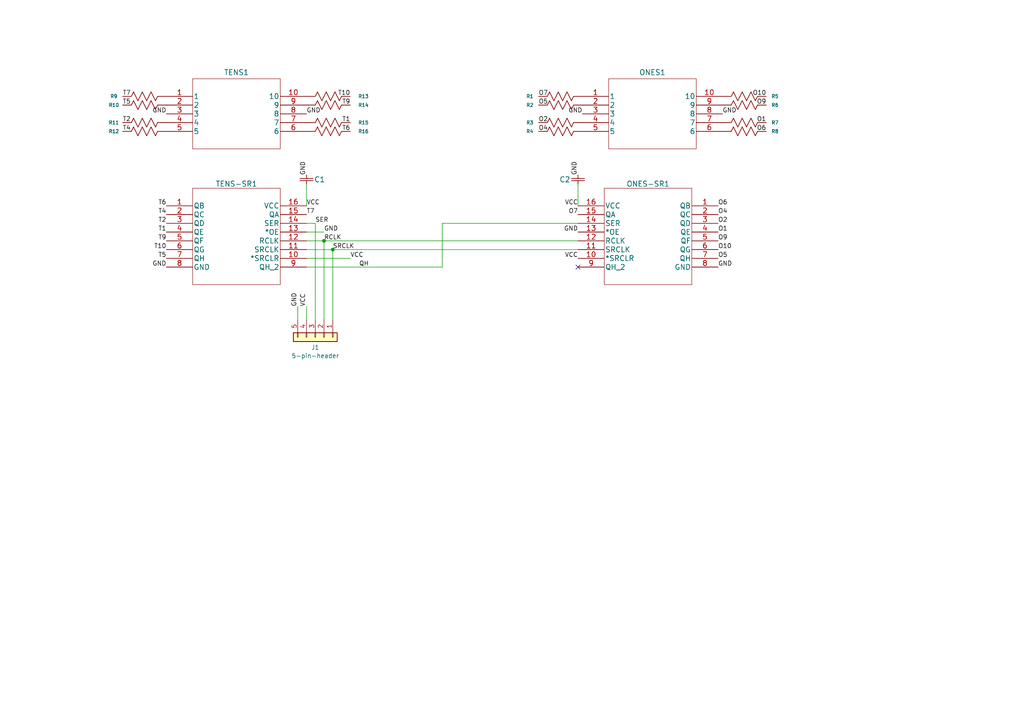
<source format=kicad_sch>
(kicad_sch (version 20230121) (generator eeschema)

  (uuid 72f39ff8-1821-41d9-b4cf-5bcb9feedd74)

  (paper "A4")

  (lib_symbols
    (symbol "pPSI:.1uF-Ceramic-Capacitor" (pin_numbers hide) (pin_names (offset 1.651) hide) (in_bom yes) (on_board yes)
      (property "Reference" "C" (at 3.81 3.81 0)
        (effects (font (size 1.524 1.524)))
      )
      (property "Value" ".1uF-Ceramic-Capacitor" (at 3.048 -3.429 0)
        (effects (font (size 1.524 1.524)))
      )
      (property "Footprint" "pPSI:.1uF ceramic capacitor" (at 3.683 -5.842 0)
        (effects (font (size 1.524 1.524)) hide)
      )
      (property "Datasheet" "" (at 0 0 0)
        (effects (font (size 1.524 1.524)))
      )
      (symbol ".1uF-Ceramic-Capacitor_1_1"
        (polyline
          (pts
            (xy 2.54 0)
            (xy 3.4798 0)
          )
          (stroke (width 0.2032) (type solid))
          (fill (type none))
        )
        (polyline
          (pts
            (xy 3.4798 -1.905)
            (xy 3.4798 1.905)
          )
          (stroke (width 0.2032) (type solid))
          (fill (type none))
        )
        (polyline
          (pts
            (xy 4.1148 -1.905)
            (xy 4.1148 1.905)
          )
          (stroke (width 0.2032) (type solid))
          (fill (type none))
        )
        (polyline
          (pts
            (xy 4.1148 0)
            (xy 5.08 0)
          )
          (stroke (width 0.2032) (type solid))
          (fill (type none))
        )
        (pin unspecified line (at 2.54 0 0) (length 0)
          (name "1" (effects (font (size 1.4986 1.4986))))
          (number "1" (effects (font (size 1.4986 1.4986))))
        )
        (pin unspecified line (at 5.08 0 180) (length 0)
          (name "2" (effects (font (size 1.4986 1.4986))))
          (number "2" (effects (font (size 1.4986 1.4986))))
        )
      )
    )
    (symbol "pPSI:100ohm-Resistor" (pin_numbers hide) (pin_names (offset -2.54) hide) (in_bom yes) (on_board yes)
      (property "Reference" "R" (at 5.588 3.302 0)
        (effects (font (size 1 1)))
      )
      (property "Value" "100ohm-Resistor" (at 6.35 -2.54 0)
        (effects (font (size 1 1)))
      )
      (property "Footprint" "pPSI:100ohm resistor" (at 5.969 -4.699 0)
        (effects (font (size 1.524 1.524)) hide)
      )
      (property "Datasheet" "" (at 0 0 0)
        (effects (font (size 1.524 1.524)))
      )
      (symbol "100ohm-Resistor_1_1"
        (polyline
          (pts
            (xy 2.54 0)
            (xy 3.175 1.27)
          )
          (stroke (width 0.2032) (type solid))
          (fill (type none))
        )
        (polyline
          (pts
            (xy 3.175 1.27)
            (xy 4.445 -1.27)
          )
          (stroke (width 0.2032) (type solid))
          (fill (type none))
        )
        (polyline
          (pts
            (xy 4.445 -1.27)
            (xy 5.715 1.27)
          )
          (stroke (width 0.2032) (type solid))
          (fill (type none))
        )
        (polyline
          (pts
            (xy 5.715 1.27)
            (xy 6.985 -1.27)
          )
          (stroke (width 0.2032) (type solid))
          (fill (type none))
        )
        (polyline
          (pts
            (xy 6.985 -1.27)
            (xy 8.255 1.27)
          )
          (stroke (width 0.2032) (type solid))
          (fill (type none))
        )
        (polyline
          (pts
            (xy 8.255 1.27)
            (xy 9.525 -1.27)
          )
          (stroke (width 0.2032) (type solid))
          (fill (type none))
        )
        (polyline
          (pts
            (xy 9.525 -1.27)
            (xy 10.16 0)
          )
          (stroke (width 0.2032) (type solid))
          (fill (type none))
        )
        (pin unspecified line (at 0 0 0) (length 2.54)
          (name "1" (effects (font (size 1.4986 1.4986))))
          (number "1" (effects (font (size 1.4986 1.4986))))
        )
        (pin unspecified line (at 12.7 0 180) (length 2.54)
          (name "2" (effects (font (size 1.4986 1.4986))))
          (number "2" (effects (font (size 1.4986 1.4986))))
        )
      )
    )
    (symbol "pPSI:5-pin-header" (pin_names (offset 1.016) hide) (in_bom yes) (on_board yes)
      (property "Reference" "J1" (at 2.032 1.2121 0)
        (effects (font (size 1.27 1.27)) (justify left))
      )
      (property "Value" "5-pin-header" (at 2.032 -1.2121 0)
        (effects (font (size 1.27 1.27)) (justify left))
      )
      (property "Footprint" "pPSI:5 pin header" (at 0 0 0)
        (effects (font (size 1.27 1.27)) hide)
      )
      (property "Datasheet" "~" (at 0 0 0)
        (effects (font (size 1.27 1.27)) hide)
      )
      (property "ki_keywords" "connector" (at 0 0 0)
        (effects (font (size 1.27 1.27)) hide)
      )
      (property "ki_description" "Generic connector, single row, 01x05, script generated (kicad-library-utils/schlib/autogen/connector/)" (at 0 0 0)
        (effects (font (size 1.27 1.27)) hide)
      )
      (property "ki_fp_filters" "Connector*:*_1x??_*" (at 0 0 0)
        (effects (font (size 1.27 1.27)) hide)
      )
      (symbol "5-pin-header_1_1"
        (rectangle (start -1.27 -4.953) (end 0 -5.207)
          (stroke (width 0.1524) (type default))
          (fill (type none))
        )
        (rectangle (start -1.27 -2.413) (end 0 -2.667)
          (stroke (width 0.1524) (type default))
          (fill (type none))
        )
        (rectangle (start -1.27 0.127) (end 0 -0.127)
          (stroke (width 0.1524) (type default))
          (fill (type none))
        )
        (rectangle (start -1.27 2.667) (end 0 2.413)
          (stroke (width 0.1524) (type default))
          (fill (type none))
        )
        (rectangle (start -1.27 5.207) (end 0 4.953)
          (stroke (width 0.1524) (type default))
          (fill (type none))
        )
        (rectangle (start -1.27 6.35) (end 1.27 -6.35)
          (stroke (width 0.254) (type default))
          (fill (type background))
        )
        (pin passive line (at -5.08 5.08 0) (length 3.81)
          (name "Pin_1" (effects (font (size 1.27 1.27))))
          (number "1" (effects (font (size 1.27 1.27))))
        )
        (pin passive line (at -5.08 2.54 0) (length 3.81)
          (name "Pin_2" (effects (font (size 1.27 1.27))))
          (number "2" (effects (font (size 1.27 1.27))))
        )
        (pin passive line (at -5.08 0 0) (length 3.81)
          (name "Pin_3" (effects (font (size 1.27 1.27))))
          (number "3" (effects (font (size 1.27 1.27))))
        )
        (pin passive line (at -5.08 -2.54 0) (length 3.81)
          (name "Pin_4" (effects (font (size 1.27 1.27))))
          (number "4" (effects (font (size 1.27 1.27))))
        )
        (pin passive line (at -5.08 -5.08 0) (length 3.81)
          (name "Pin_5" (effects (font (size 1.27 1.27))))
          (number "5" (effects (font (size 1.27 1.27))))
        )
      )
    )
    (symbol "pPSI:7-Segment-Display" (pin_names (offset 0.254)) (in_bom yes) (on_board yes)
      (property "Reference" "" (at 0 0 0)
        (effects (font (size 1.524 1.524)))
      )
      (property "Value" "7-Segment-Display" (at 20.32 6.35 0)
        (effects (font (size 1.524 1.524)))
      )
      (property "Footprint" "pPSI:7 segment display" (at 20.701 -17.399 0)
        (effects (font (size 1.524 1.524)) hide)
      )
      (property "Datasheet" "" (at 0 0 0)
        (effects (font (size 1.524 1.524)))
      )
      (symbol "7-Segment-Display_1_1"
        (polyline
          (pts
            (xy 7.62 -15.24)
            (xy 33.02 -15.24)
          )
          (stroke (width 0.127) (type solid))
          (fill (type none))
        )
        (polyline
          (pts
            (xy 7.62 5.08)
            (xy 7.62 -15.24)
          )
          (stroke (width 0.127) (type solid))
          (fill (type none))
        )
        (polyline
          (pts
            (xy 33.02 -15.24)
            (xy 33.02 5.08)
          )
          (stroke (width 0.127) (type solid))
          (fill (type none))
        )
        (polyline
          (pts
            (xy 33.02 5.08)
            (xy 7.62 5.08)
          )
          (stroke (width 0.127) (type solid))
          (fill (type none))
        )
        (pin unspecified line (at 0 0 0) (length 7.62)
          (name "1" (effects (font (size 1.4986 1.4986))))
          (number "1" (effects (font (size 1.4986 1.4986))))
        )
        (pin unspecified line (at 40.64 0 180) (length 7.62)
          (name "10" (effects (font (size 1.4986 1.4986))))
          (number "10" (effects (font (size 1.4986 1.4986))))
        )
        (pin unspecified line (at 0 -2.54 0) (length 7.62)
          (name "2" (effects (font (size 1.4986 1.4986))))
          (number "2" (effects (font (size 1.4986 1.4986))))
        )
        (pin unspecified line (at 0 -5.08 0) (length 7.62)
          (name "3" (effects (font (size 1.4986 1.4986))))
          (number "3" (effects (font (size 1.4986 1.4986))))
        )
        (pin unspecified line (at 0 -7.62 0) (length 7.62)
          (name "4" (effects (font (size 1.4986 1.4986))))
          (number "4" (effects (font (size 1.4986 1.4986))))
        )
        (pin unspecified line (at 0 -10.16 0) (length 7.62)
          (name "5" (effects (font (size 1.4986 1.4986))))
          (number "5" (effects (font (size 1.4986 1.4986))))
        )
        (pin unspecified line (at 40.64 -10.16 180) (length 7.62)
          (name "6" (effects (font (size 1.4986 1.4986))))
          (number "6" (effects (font (size 1.4986 1.4986))))
        )
        (pin unspecified line (at 40.64 -7.62 180) (length 7.62)
          (name "7" (effects (font (size 1.4986 1.4986))))
          (number "7" (effects (font (size 1.4986 1.4986))))
        )
        (pin unspecified line (at 40.64 -5.08 180) (length 7.62)
          (name "8" (effects (font (size 1.4986 1.4986))))
          (number "8" (effects (font (size 1.4986 1.4986))))
        )
        (pin unspecified line (at 40.64 -2.54 180) (length 7.62)
          (name "9" (effects (font (size 1.4986 1.4986))))
          (number "9" (effects (font (size 1.4986 1.4986))))
        )
      )
    )
    (symbol "pPSI:8bit-Shift-Register" (pin_names (offset 0.254)) (in_bom yes) (on_board yes)
      (property "Reference" "" (at 0 0 0)
        (effects (font (size 1.524 1.524)))
      )
      (property "Value" "8bit-Shift-Register" (at 20.32 6.35 0)
        (effects (font (size 1.524 1.524)))
      )
      (property "Footprint" "pPSI:8 bit shift register" (at 20.828 -24.384 0)
        (effects (font (size 1.524 1.524)) hide)
      )
      (property "Datasheet" "" (at 0 0 0)
        (effects (font (size 1.524 1.524)))
      )
      (symbol "8bit-Shift-Register_1_1"
        (polyline
          (pts
            (xy 7.62 -22.86)
            (xy 33.02 -22.86)
          )
          (stroke (width 0.127) (type solid))
          (fill (type none))
        )
        (polyline
          (pts
            (xy 7.62 5.08)
            (xy 7.62 -22.86)
          )
          (stroke (width 0.127) (type solid))
          (fill (type none))
        )
        (polyline
          (pts
            (xy 33.02 -22.86)
            (xy 33.02 5.08)
          )
          (stroke (width 0.127) (type solid))
          (fill (type none))
        )
        (polyline
          (pts
            (xy 33.02 5.08)
            (xy 7.62 5.08)
          )
          (stroke (width 0.127) (type solid))
          (fill (type none))
        )
        (pin output line (at 0 0 0) (length 7.62)
          (name "QB" (effects (font (size 1.4986 1.4986))))
          (number "1" (effects (font (size 1.4986 1.4986))))
        )
        (pin input line (at 40.64 -15.24 180) (length 7.62)
          (name "*SRCLR" (effects (font (size 1.4986 1.4986))))
          (number "10" (effects (font (size 1.4986 1.4986))))
        )
        (pin input line (at 40.64 -12.7 180) (length 7.62)
          (name "SRCLK" (effects (font (size 1.4986 1.4986))))
          (number "11" (effects (font (size 1.4986 1.4986))))
        )
        (pin input line (at 40.64 -10.16 180) (length 7.62)
          (name "RCLK" (effects (font (size 1.4986 1.4986))))
          (number "12" (effects (font (size 1.4986 1.4986))))
        )
        (pin input line (at 40.64 -7.62 180) (length 7.62)
          (name "*OE" (effects (font (size 1.4986 1.4986))))
          (number "13" (effects (font (size 1.4986 1.4986))))
        )
        (pin input line (at 40.64 -5.08 180) (length 7.62)
          (name "SER" (effects (font (size 1.4986 1.4986))))
          (number "14" (effects (font (size 1.4986 1.4986))))
        )
        (pin output line (at 40.64 -2.54 180) (length 7.62)
          (name "QA" (effects (font (size 1.4986 1.4986))))
          (number "15" (effects (font (size 1.4986 1.4986))))
        )
        (pin power_in line (at 40.64 0 180) (length 7.62)
          (name "VCC" (effects (font (size 1.4986 1.4986))))
          (number "16" (effects (font (size 1.4986 1.4986))))
        )
        (pin output line (at 0 -2.54 0) (length 7.62)
          (name "QC" (effects (font (size 1.4986 1.4986))))
          (number "2" (effects (font (size 1.4986 1.4986))))
        )
        (pin output line (at 0 -5.08 0) (length 7.62)
          (name "QD" (effects (font (size 1.4986 1.4986))))
          (number "3" (effects (font (size 1.4986 1.4986))))
        )
        (pin output line (at 0 -7.62 0) (length 7.62)
          (name "QE" (effects (font (size 1.4986 1.4986))))
          (number "4" (effects (font (size 1.4986 1.4986))))
        )
        (pin output line (at 0 -10.16 0) (length 7.62)
          (name "QF" (effects (font (size 1.4986 1.4986))))
          (number "5" (effects (font (size 1.4986 1.4986))))
        )
        (pin output line (at 0 -12.7 0) (length 7.62)
          (name "QG" (effects (font (size 1.4986 1.4986))))
          (number "6" (effects (font (size 1.4986 1.4986))))
        )
        (pin output line (at 0 -15.24 0) (length 7.62)
          (name "QH" (effects (font (size 1.4986 1.4986))))
          (number "7" (effects (font (size 1.4986 1.4986))))
        )
        (pin power_in line (at 0 -17.78 0) (length 7.62)
          (name "GND" (effects (font (size 1.4986 1.4986))))
          (number "8" (effects (font (size 1.4986 1.4986))))
        )
        (pin output line (at 40.64 -17.78 180) (length 7.62)
          (name "QH_2" (effects (font (size 1.4986 1.4986))))
          (number "9" (effects (font (size 1.4986 1.4986))))
        )
      )
    )
  )

  (junction (at 96.52 72.39) (diameter 0) (color 0 0 0 0)
    (uuid 3c56f82f-e650-4bfd-8c06-4ed15eb51e9f)
  )
  (junction (at 93.98 69.85) (diameter 0) (color 0 0 0 0)
    (uuid bbb09df6-3b09-4971-af3d-c939f433fd3f)
  )

  (no_connect (at 167.64 77.47) (uuid e0ea5d75-9c4d-4dfa-9f28-5567ebeeda13))

  (wire (pts (xy 91.44 64.77) (xy 88.9 64.77))
    (stroke (width 0) (type default))
    (uuid 0089a070-2831-4f2d-bd57-56c9f1b41322)
  )
  (wire (pts (xy 88.9 67.31) (xy 93.98 67.31))
    (stroke (width 0) (type default))
    (uuid 083999c1-d716-49cf-bb39-360578c33355)
  )
  (wire (pts (xy 88.9 69.85) (xy 93.98 69.85))
    (stroke (width 0) (type default))
    (uuid 38cbcd44-63bf-448f-98aa-beea74340745)
  )
  (wire (pts (xy 96.52 72.39) (xy 167.64 72.39))
    (stroke (width 0) (type default))
    (uuid 433bf671-49a0-4d87-b1d6-77afac2df453)
  )
  (wire (pts (xy 91.44 64.77) (xy 91.44 92.71))
    (stroke (width 0) (type default))
    (uuid 7d1336c2-2c51-4894-af95-64c35a94e529)
  )
  (wire (pts (xy 88.9 72.39) (xy 96.52 72.39))
    (stroke (width 0) (type default))
    (uuid 7dabb440-c231-44dd-9cf4-c597e8ab4630)
  )
  (wire (pts (xy 93.98 69.85) (xy 93.98 92.71))
    (stroke (width 0) (type default))
    (uuid a81d42a6-05a2-44c9-ad80-608d82692efb)
  )
  (wire (pts (xy 86.36 88.9) (xy 86.36 92.71))
    (stroke (width 0) (type default))
    (uuid b319d974-73f0-473b-addd-0b1196650547)
  )
  (wire (pts (xy 88.9 74.93) (xy 101.6 74.93))
    (stroke (width 0) (type default))
    (uuid bddf39cc-fc48-4262-b424-681860439169)
  )
  (wire (pts (xy 88.9 88.9) (xy 88.9 92.71))
    (stroke (width 0) (type default))
    (uuid d2143cf0-f5a2-48cb-8123-9f3b191cb5e3)
  )
  (wire (pts (xy 128.27 64.77) (xy 167.64 64.77))
    (stroke (width 0) (type default))
    (uuid d518cce4-c8e1-4827-86da-eb5018a4b426)
  )
  (wire (pts (xy 96.52 72.39) (xy 96.52 92.71))
    (stroke (width 0) (type default))
    (uuid d7994b9d-4490-4838-9457-a7667826784d)
  )
  (wire (pts (xy 88.9 53.34) (xy 88.9 59.69))
    (stroke (width 0) (type default))
    (uuid e0c83ac7-1192-432a-ab14-c3cf165ededa)
  )
  (wire (pts (xy 93.98 69.85) (xy 167.64 69.85))
    (stroke (width 0) (type default))
    (uuid e45660d7-59e6-4a70-9570-fb7f00bdc4bb)
  )
  (wire (pts (xy 167.64 53.34) (xy 167.64 59.69))
    (stroke (width 0) (type default))
    (uuid f3a64463-ce2d-4ddc-a0fe-7fc2df179d29)
  )
  (wire (pts (xy 128.27 77.47) (xy 128.27 64.77))
    (stroke (width 0) (type default))
    (uuid f68d65d7-2090-4795-b5a4-2400308fb957)
  )
  (wire (pts (xy 88.9 77.47) (xy 128.27 77.47))
    (stroke (width 0) (type default))
    (uuid f8dee224-e4b5-4e23-8169-e618a7bbaa90)
  )

  (label "O1" (at 222.25 35.56 180) (fields_autoplaced)
    (effects (font (size 1.27 1.27)) (justify right bottom))
    (uuid 01b3c7c2-b63a-4f5b-a79a-f2ed8e05740c)
  )
  (label "SER" (at 91.44 64.77 0) (fields_autoplaced)
    (effects (font (size 1.27 1.27)) (justify left bottom))
    (uuid 0ad2f4b9-64be-47fb-925e-4133eb2196b5)
  )
  (label "SRCLK" (at 96.52 72.39 0) (fields_autoplaced)
    (effects (font (size 1.27 1.27)) (justify left bottom))
    (uuid 0d4ac128-767e-4056-b71a-e6c5361d96f1)
  )
  (label "O5" (at 208.28 74.93 0) (fields_autoplaced)
    (effects (font (size 1.27 1.27)) (justify left bottom))
    (uuid 1534ec9a-ead0-4c3a-b92e-ef52976dfa5d)
  )
  (label "T10" (at 101.6 27.94 180) (fields_autoplaced)
    (effects (font (size 1.27 1.27)) (justify right bottom))
    (uuid 17342408-9251-46e7-99b1-2e2a4e0ef52a)
  )
  (label "T5" (at 48.26 74.93 180) (fields_autoplaced)
    (effects (font (size 1.27 1.27)) (justify right bottom))
    (uuid 1ae677c8-eb0c-4659-a6c9-846811522c13)
  )
  (label "T1" (at 101.6 35.56 180) (fields_autoplaced)
    (effects (font (size 1.27 1.27)) (justify right bottom))
    (uuid 1be967bf-b959-4684-83b5-3129fb10d42c)
  )
  (label "VCC" (at 167.64 74.93 180) (fields_autoplaced)
    (effects (font (size 1.27 1.27)) (justify right bottom))
    (uuid 254717dd-8660-4c0d-8905-61cbb4ddeca4)
  )
  (label "GND" (at 168.91 33.02 180) (fields_autoplaced)
    (effects (font (size 1.27 1.27)) (justify right bottom))
    (uuid 2583fabb-6aec-4fe0-b4ec-56081660ae6d)
  )
  (label "GND" (at 93.98 67.31 0) (fields_autoplaced)
    (effects (font (size 1.27 1.27)) (justify left bottom))
    (uuid 316240a6-05d8-4d42-8306-fefab7653855)
  )
  (label "T9" (at 101.6 30.48 180) (fields_autoplaced)
    (effects (font (size 1.27 1.27)) (justify right bottom))
    (uuid 317e51ec-df61-4a6f-be8c-48c2685e278a)
  )
  (label "RCLK" (at 93.98 69.85 0) (fields_autoplaced)
    (effects (font (size 1.27 1.27)) (justify left bottom))
    (uuid 33661555-2da2-4e88-abf4-9488b7941876)
  )
  (label "VCC" (at 88.9 59.69 0) (fields_autoplaced)
    (effects (font (size 1.27 1.27)) (justify left bottom))
    (uuid 364afbac-483d-494c-abe9-ea9ebad0b293)
  )
  (label "GND" (at 208.28 77.47 0) (fields_autoplaced)
    (effects (font (size 1.27 1.27)) (justify left bottom))
    (uuid 3e1e9864-3d95-44a6-9fc0-acbd8bd7b658)
  )
  (label "T9" (at 48.26 69.85 180) (fields_autoplaced)
    (effects (font (size 1.27 1.27)) (justify right bottom))
    (uuid 3e523f4b-e519-4952-827d-a687bbe5b8f9)
  )
  (label "T2" (at 35.56 35.56 0) (fields_autoplaced)
    (effects (font (size 1.27 1.27)) (justify left bottom))
    (uuid 3f5ae557-90eb-41e3-9636-659eccd02b80)
  )
  (label "T7" (at 35.56 27.94 0) (fields_autoplaced)
    (effects (font (size 1.27 1.27)) (justify left bottom))
    (uuid 4847cf74-2b43-4839-9100-84b8976c78b9)
  )
  (label "GND" (at 209.55 33.02 0) (fields_autoplaced)
    (effects (font (size 1.27 1.27)) (justify left bottom))
    (uuid 4e9ea764-3011-4f5d-922f-2f17f9ae6c43)
  )
  (label "T4" (at 48.26 62.23 180) (fields_autoplaced)
    (effects (font (size 1.27 1.27)) (justify right bottom))
    (uuid 5182ba80-7671-4eb6-9f0f-d819ac3bff25)
  )
  (label "T7" (at 88.9 62.23 0) (fields_autoplaced)
    (effects (font (size 1.27 1.27)) (justify left bottom))
    (uuid 52811a93-e8b2-43fd-a63a-d69f1f97f335)
  )
  (label "GND" (at 88.9 50.8 90) (fields_autoplaced)
    (effects (font (size 1.27 1.27)) (justify left bottom))
    (uuid 5bf173d0-1b19-4817-b183-3d21af7d50a9)
  )
  (label "O2" (at 156.21 35.56 0) (fields_autoplaced)
    (effects (font (size 1.27 1.27)) (justify left bottom))
    (uuid 66db5820-a7e7-4346-a5b3-85dfeae2da70)
  )
  (label "GND" (at 167.64 50.8 90) (fields_autoplaced)
    (effects (font (size 1.27 1.27)) (justify left bottom))
    (uuid 84e29b16-e05d-482e-9236-66f1df551be5)
  )
  (label "O6" (at 208.28 59.69 0) (fields_autoplaced)
    (effects (font (size 1.27 1.27)) (justify left bottom))
    (uuid 878f2042-2fd6-4732-ab34-f958a368be9a)
  )
  (label "GND" (at 48.26 33.02 180) (fields_autoplaced)
    (effects (font (size 1.27 1.27)) (justify right bottom))
    (uuid 8853598e-c8d4-479a-9801-ede8d40b8104)
  )
  (label "VCC" (at 88.9 88.9 90) (fields_autoplaced)
    (effects (font (size 1.27 1.27)) (justify left bottom))
    (uuid 896fafb5-bf7b-442c-bb32-752447bc2f4b)
  )
  (label "VCC" (at 101.6 74.93 0) (fields_autoplaced)
    (effects (font (size 1.27 1.27)) (justify left bottom))
    (uuid 8aa2b465-5795-4ea9-be36-a6cae47fe965)
  )
  (label "O9" (at 222.25 30.48 180) (fields_autoplaced)
    (effects (font (size 1.27 1.27)) (justify right bottom))
    (uuid 8c4b01a7-c85f-4ece-a6ad-269077ee5c3e)
  )
  (label "T6" (at 101.6 38.1 180) (fields_autoplaced)
    (effects (font (size 1.27 1.27)) (justify right bottom))
    (uuid 93990467-74a2-46fd-b3f6-0115a5035866)
  )
  (label "T2" (at 48.26 64.77 180) (fields_autoplaced)
    (effects (font (size 1.27 1.27)) (justify right bottom))
    (uuid 9754d7dc-7f00-4584-8072-340975f46d72)
  )
  (label "T6" (at 48.26 59.69 180) (fields_autoplaced)
    (effects (font (size 1.27 1.27)) (justify right bottom))
    (uuid 9fe4fe04-3137-412b-a4fd-167e0329011e)
  )
  (label "QH" (at 104.14 77.47 0) (fields_autoplaced)
    (effects (font (size 1.27 1.27)) (justify left bottom))
    (uuid a0048ed0-9531-47d8-a82e-1d320ac99a7a)
  )
  (label "O4" (at 156.21 38.1 0) (fields_autoplaced)
    (effects (font (size 1.27 1.27)) (justify left bottom))
    (uuid a0135979-80fa-40e2-823f-48ee62677ecb)
  )
  (label "GND" (at 88.9 33.02 0) (fields_autoplaced)
    (effects (font (size 1.27 1.27)) (justify left bottom))
    (uuid a154b8e0-28d9-4b7e-831f-7ec1b3a8b776)
  )
  (label "VCC" (at 167.64 59.69 180) (fields_autoplaced)
    (effects (font (size 1.27 1.27)) (justify right bottom))
    (uuid ab0f6632-3ec3-498f-be1a-027e6f42fb92)
  )
  (label "O7" (at 167.64 62.23 180) (fields_autoplaced)
    (effects (font (size 1.27 1.27)) (justify right bottom))
    (uuid ae970529-2ddc-42a9-819a-e7390df9ba0f)
  )
  (label "O10" (at 208.28 72.39 0) (fields_autoplaced)
    (effects (font (size 1.27 1.27)) (justify left bottom))
    (uuid b5ffdc7e-db58-4577-86dc-6d5bb1251d6d)
  )
  (label "T1" (at 48.26 67.31 180) (fields_autoplaced)
    (effects (font (size 1.27 1.27)) (justify right bottom))
    (uuid b7fba928-1ad9-4f04-8468-8a7fa2653b48)
  )
  (label "O5" (at 156.21 30.48 0) (fields_autoplaced)
    (effects (font (size 1.27 1.27)) (justify left bottom))
    (uuid bb15bb5b-e248-4d51-83d7-f7e7ae8bc743)
  )
  (label "O1" (at 208.28 67.31 0) (fields_autoplaced)
    (effects (font (size 1.27 1.27)) (justify left bottom))
    (uuid c815b2f4-dc6e-491a-94dc-112fda197b50)
  )
  (label "O6" (at 222.25 38.1 180) (fields_autoplaced)
    (effects (font (size 1.27 1.27)) (justify right bottom))
    (uuid c87c27a6-1454-4598-998e-71e652affc3d)
  )
  (label "O10" (at 222.25 27.94 180) (fields_autoplaced)
    (effects (font (size 1.27 1.27)) (justify right bottom))
    (uuid c8f306e7-d0f2-45b2-adf4-2b9bed48a4fc)
  )
  (label "GND" (at 48.26 77.47 180) (fields_autoplaced)
    (effects (font (size 1.27 1.27)) (justify right bottom))
    (uuid cce91f82-f76d-4332-acd2-5e4f380561e9)
  )
  (label "O7" (at 156.21 27.94 0) (fields_autoplaced)
    (effects (font (size 1.27 1.27)) (justify left bottom))
    (uuid d1fe88fc-fffe-4e72-9c45-e0085407cd08)
  )
  (label "T5" (at 35.56 30.48 0) (fields_autoplaced)
    (effects (font (size 1.27 1.27)) (justify left bottom))
    (uuid e3337045-37c7-4d8c-b0bd-b593e0b539e3)
  )
  (label "O2" (at 208.28 64.77 0) (fields_autoplaced)
    (effects (font (size 1.27 1.27)) (justify left bottom))
    (uuid ebb49c4b-83fe-4d04-b64c-af9346d3cec4)
  )
  (label "GND" (at 86.36 88.9 90) (fields_autoplaced)
    (effects (font (size 1.27 1.27)) (justify left bottom))
    (uuid f2d6ebc9-fa58-4668-acac-dc90273be1c3)
  )
  (label "GND" (at 167.64 67.31 180) (fields_autoplaced)
    (effects (font (size 1.27 1.27)) (justify right bottom))
    (uuid f38324a4-60f8-46a5-92d2-e1ca03bb29f2)
  )
  (label "O9" (at 208.28 69.85 0) (fields_autoplaced)
    (effects (font (size 1.27 1.27)) (justify left bottom))
    (uuid fa01b30a-41b0-4131-bbdb-fa7cd126f632)
  )
  (label "T4" (at 35.56 38.1 0) (fields_autoplaced)
    (effects (font (size 1.27 1.27)) (justify left bottom))
    (uuid fab7df31-e4fa-4f6a-9ee2-f3ea997c4583)
  )
  (label "O4" (at 208.28 62.23 0) (fields_autoplaced)
    (effects (font (size 1.27 1.27)) (justify left bottom))
    (uuid fd278a94-7c3b-4ef2-8e6d-fb8b52781782)
  )
  (label "T10" (at 48.26 72.39 180) (fields_autoplaced)
    (effects (font (size 1.27 1.27)) (justify right bottom))
    (uuid ffe9eae2-3c23-405c-9e8a-1a88b8fed5dd)
  )

  (symbol (lib_id "pPSI:100ohm-Resistor") (at 156.21 30.48 0) (unit 1)
    (in_bom yes) (on_board yes) (dnp no)
    (uuid 066bae30-f3d8-48b8-b5bc-be2b8c861389)
    (property "Reference" "R2" (at 153.67 30.48 0)
      (effects (font (size 1 1)))
    )
    (property "Value" "100ohm-Resistor" (at 162.56 27.7325 0)
      (effects (font (size 1 1)) hide)
    )
    (property "Footprint" "pPSI:100ohm resistor" (at 162.179 35.179 0)
      (effects (font (size 1.524 1.524)) hide)
    )
    (property "Datasheet" "" (at 156.21 30.48 0)
      (effects (font (size 1.524 1.524)))
    )
    (pin "1" (uuid 1017c5ee-d52a-4d03-b03f-9d71d087de46))
    (pin "2" (uuid 042e630e-0507-4558-9c59-45e484b7a140))
    (instances
      (project "digit display"
        (path "/72f39ff8-1821-41d9-b4cf-5bcb9feedd74"
          (reference "R2") (unit 1)
        )
      )
    )
  )

  (symbol (lib_id "pPSI:100ohm-Resistor") (at 35.56 30.48 0) (unit 1)
    (in_bom yes) (on_board yes) (dnp no)
    (uuid 14c19133-e258-40fa-a092-da121bde83b2)
    (property "Reference" "R10" (at 33.02 30.48 0)
      (effects (font (size 1 1)))
    )
    (property "Value" "100ohm-Resistor" (at 41.91 27.7325 0)
      (effects (font (size 1 1)) hide)
    )
    (property "Footprint" "pPSI:100ohm resistor" (at 41.529 35.179 0)
      (effects (font (size 1.524 1.524)) hide)
    )
    (property "Datasheet" "" (at 35.56 30.48 0)
      (effects (font (size 1.524 1.524)))
    )
    (pin "1" (uuid aee13a28-55b0-4520-894e-1524d41d6d4f))
    (pin "2" (uuid 1aa9353e-3785-480c-92d7-62d15be68741))
    (instances
      (project "digit display"
        (path "/72f39ff8-1821-41d9-b4cf-5bcb9feedd74"
          (reference "R10") (unit 1)
        )
      )
    )
  )

  (symbol (lib_id "pPSI:7-Segment-Display") (at 168.91 27.94 0) (unit 1)
    (in_bom yes) (on_board yes) (dnp no) (fields_autoplaced)
    (uuid 16dd709e-63d1-4536-8a71-8742742157d6)
    (property "Reference" "ONES1" (at 189.23 20.9991 0)
      (effects (font (size 1.524 1.524)))
    )
    (property "Value" "7-Segment-Display" (at 189.23 20.9991 0)
      (effects (font (size 1.524 1.524)) hide)
    )
    (property "Footprint" "pPSI:7 segment display" (at 189.611 45.339 0)
      (effects (font (size 1.524 1.524)) hide)
    )
    (property "Datasheet" "" (at 168.91 27.94 0)
      (effects (font (size 1.524 1.524)))
    )
    (pin "1" (uuid 71b358f0-f260-4b97-87fc-afc6421f851a))
    (pin "10" (uuid f04c50f0-153b-4594-aa14-6301bf32d891))
    (pin "2" (uuid 673481da-2047-4ebb-83d5-f47a8b4fe930))
    (pin "3" (uuid 45b35269-4cfb-4087-aee8-ab5fd57bd8e3))
    (pin "4" (uuid d801500d-0d09-4952-995b-24c04f04bf60))
    (pin "5" (uuid 11306a37-9cc7-4726-8a28-6f460f1e1960))
    (pin "6" (uuid 7f9df395-3914-4a1f-a7b8-57988fcf1a21))
    (pin "7" (uuid c3b04d0a-566d-4b97-8c3f-41e323b110fb))
    (pin "8" (uuid 3be0a06f-a934-4705-9298-198e0ae48389))
    (pin "9" (uuid 4473fcd6-8393-4080-9543-ac87d51e30de))
    (instances
      (project "digit display"
        (path "/72f39ff8-1821-41d9-b4cf-5bcb9feedd74"
          (reference "ONES1") (unit 1)
        )
      )
    )
  )

  (symbol (lib_id "pPSI:100ohm-Resistor") (at 156.21 27.94 0) (unit 1)
    (in_bom yes) (on_board yes) (dnp no)
    (uuid 349aa7de-0501-429b-ae6a-5a118997b7a1)
    (property "Reference" "R1" (at 153.67 27.94 0)
      (effects (font (size 1 1)))
    )
    (property "Value" "100ohm-Resistor" (at 162.56 25.1925 0)
      (effects (font (size 1 1)) hide)
    )
    (property "Footprint" "pPSI:100ohm resistor" (at 162.179 32.639 0)
      (effects (font (size 1.524 1.524)) hide)
    )
    (property "Datasheet" "" (at 156.21 27.94 0)
      (effects (font (size 1.524 1.524)))
    )
    (pin "1" (uuid abae11bd-4695-492a-b4d4-781d8ecfc285))
    (pin "2" (uuid 81f0ea08-54b9-496c-a51a-3b4101211002))
    (instances
      (project "digit display"
        (path "/72f39ff8-1821-41d9-b4cf-5bcb9feedd74"
          (reference "R1") (unit 1)
        )
      )
    )
  )

  (symbol (lib_id "pPSI:100ohm-Resistor") (at 35.56 38.1 0) (unit 1)
    (in_bom yes) (on_board yes) (dnp no)
    (uuid 4013a7cc-203d-4902-9680-f6d28cd25a0c)
    (property "Reference" "R12" (at 33.02 38.1 0)
      (effects (font (size 1 1)))
    )
    (property "Value" "100ohm-Resistor" (at 41.91 32.8125 0)
      (effects (font (size 1 1)) hide)
    )
    (property "Footprint" "pPSI:100ohm resistor" (at 41.529 42.799 0)
      (effects (font (size 1.524 1.524)) hide)
    )
    (property "Datasheet" "" (at 35.56 38.1 0)
      (effects (font (size 1.524 1.524)))
    )
    (pin "1" (uuid 386e9ac6-0ae3-41e0-b8a8-9f9371018d8a))
    (pin "2" (uuid e38c7a3a-5259-4a81-a4b1-5e980584dcd8))
    (instances
      (project "digit display"
        (path "/72f39ff8-1821-41d9-b4cf-5bcb9feedd74"
          (reference "R12") (unit 1)
        )
      )
    )
  )

  (symbol (lib_id "pPSI:100ohm-Resistor") (at 156.21 35.56 0) (unit 1)
    (in_bom yes) (on_board yes) (dnp no)
    (uuid 4e166eaa-7da6-466b-91d7-06d28bdc7329)
    (property "Reference" "R3" (at 153.67 35.56 0)
      (effects (font (size 1 1)))
    )
    (property "Value" "100ohm-Resistor" (at 162.56 32.8125 0)
      (effects (font (size 1 1)) hide)
    )
    (property "Footprint" "pPSI:100ohm resistor" (at 162.179 40.259 0)
      (effects (font (size 1.524 1.524)) hide)
    )
    (property "Datasheet" "" (at 156.21 35.56 0)
      (effects (font (size 1.524 1.524)))
    )
    (pin "1" (uuid bc11df38-29c6-40f1-bec5-50b4ddf4aa28))
    (pin "2" (uuid be593d0a-a307-4c99-a37b-4963551d5ac4))
    (instances
      (project "digit display"
        (path "/72f39ff8-1821-41d9-b4cf-5bcb9feedd74"
          (reference "R3") (unit 1)
        )
      )
    )
  )

  (symbol (lib_id "pPSI:100ohm-Resistor") (at 88.9 35.56 0) (unit 1)
    (in_bom yes) (on_board yes) (dnp no)
    (uuid 4eef75b2-2bac-4997-af47-96e8011c90f0)
    (property "Reference" "R15" (at 105.41 35.56 0)
      (effects (font (size 1 1)))
    )
    (property "Value" "100ohm-Resistor" (at 95.25 32.8125 0)
      (effects (font (size 1 1)) hide)
    )
    (property "Footprint" "pPSI:100ohm resistor" (at 94.869 40.259 0)
      (effects (font (size 1.524 1.524)) hide)
    )
    (property "Datasheet" "" (at 88.9 35.56 0)
      (effects (font (size 1.524 1.524)))
    )
    (pin "1" (uuid 1d066c35-96dd-42d2-a34f-f33d2b51edd3))
    (pin "2" (uuid 43e659a1-0895-46c0-b876-6d2740ae24d7))
    (instances
      (project "digit display"
        (path "/72f39ff8-1821-41d9-b4cf-5bcb9feedd74"
          (reference "R15") (unit 1)
        )
      )
    )
  )

  (symbol (lib_id "pPSI:100ohm-Resistor") (at 88.9 38.1 0) (unit 1)
    (in_bom yes) (on_board yes) (dnp no)
    (uuid 5ec085e8-1254-4604-85b5-4c45e14e5256)
    (property "Reference" "R16" (at 105.41 38.1 0)
      (effects (font (size 1 1)))
    )
    (property "Value" "100ohm-Resistor" (at 95.25 35.3525 0)
      (effects (font (size 1 1)) hide)
    )
    (property "Footprint" "pPSI:100ohm resistor" (at 94.869 42.799 0)
      (effects (font (size 1.524 1.524)) hide)
    )
    (property "Datasheet" "" (at 88.9 38.1 0)
      (effects (font (size 1.524 1.524)))
    )
    (pin "1" (uuid d9d0ddd0-c13a-4670-abd3-afe7ad213e1d))
    (pin "2" (uuid edcd7fe9-8b33-44d2-b493-c6fc51b0a699))
    (instances
      (project "digit display"
        (path "/72f39ff8-1821-41d9-b4cf-5bcb9feedd74"
          (reference "R16") (unit 1)
        )
      )
    )
  )

  (symbol (lib_id "pPSI:8bit-Shift-Register") (at 208.28 59.69 0) (mirror y) (unit 1)
    (in_bom yes) (on_board yes) (dnp no)
    (uuid 6436a840-d104-4585-af0d-0a66d8b9e6ff)
    (property "Reference" "ONES-SR1" (at 187.96 53.34 0)
      (effects (font (size 1.524 1.524)))
    )
    (property "Value" "8bit-Shift-Register" (at 187.96 52.7491 0)
      (effects (font (size 1.524 1.524)) hide)
    )
    (property "Footprint" "pPSI:8 bit shift register" (at 187.452 84.074 0)
      (effects (font (size 1.524 1.524)) hide)
    )
    (property "Datasheet" "" (at 208.28 59.69 0)
      (effects (font (size 1.524 1.524)))
    )
    (pin "1" (uuid e903d63e-1c42-40dd-92fd-8844d01c8e6d))
    (pin "10" (uuid 40793cda-c2d1-48f1-965e-fe7c81dc86a6))
    (pin "11" (uuid a7cdd6f5-6e17-44e2-9610-c7d6a0065549))
    (pin "12" (uuid 12df8fe9-5391-4f11-85ef-6a7c3d27c7d4))
    (pin "13" (uuid 34017d27-66e2-4849-9b25-c07ded6d6bf5))
    (pin "14" (uuid 71d608af-af5f-4032-adea-3dfafb6ec490))
    (pin "15" (uuid c8a9bd64-4ebf-4d66-b341-754067f22c67))
    (pin "16" (uuid 6b830211-eef4-4a93-8f68-b193dd4b940a))
    (pin "2" (uuid f2dcb28f-876d-40b6-900c-69ff931d8de7))
    (pin "3" (uuid 1a3bbb90-ca83-4cc5-bab9-5857583139a3))
    (pin "4" (uuid a4328071-6a53-46a5-9fae-35bdc2249f77))
    (pin "5" (uuid 1b54f7c0-611a-42af-a7e0-3cfc6e4d3264))
    (pin "6" (uuid f7ac49a8-82c5-4497-a3c7-22aaa2a1d539))
    (pin "7" (uuid a4b1ec09-6dc8-4e14-b2e6-a46a7bbdefd6))
    (pin "8" (uuid 88ca3857-870e-439d-ae2f-9230e361deb5))
    (pin "9" (uuid fba651e9-fd5b-42ca-b2a3-c503ed1c1417))
    (instances
      (project "digit display"
        (path "/72f39ff8-1821-41d9-b4cf-5bcb9feedd74"
          (reference "ONES-SR1") (unit 1)
        )
      )
    )
  )

  (symbol (lib_id "pPSI:100ohm-Resistor") (at 35.56 35.56 0) (unit 1)
    (in_bom yes) (on_board yes) (dnp no)
    (uuid 6e834121-ed97-407b-b22e-7ec970370744)
    (property "Reference" "R11" (at 33.02 35.56 0)
      (effects (font (size 1 1)))
    )
    (property "Value" "100ohm-Resistor" (at 41.91 32.8125 0)
      (effects (font (size 1 1)) hide)
    )
    (property "Footprint" "pPSI:100ohm resistor" (at 41.529 40.259 0)
      (effects (font (size 1.524 1.524)) hide)
    )
    (property "Datasheet" "" (at 35.56 35.56 0)
      (effects (font (size 1.524 1.524)))
    )
    (pin "1" (uuid 2027b35c-e2ec-4ba8-8326-7924fb0b4128))
    (pin "2" (uuid d5412a96-d675-46ec-b891-cb7db0e727bb))
    (instances
      (project "digit display"
        (path "/72f39ff8-1821-41d9-b4cf-5bcb9feedd74"
          (reference "R11") (unit 1)
        )
      )
    )
  )

  (symbol (lib_id "pPSI:100ohm-Resistor") (at 156.21 38.1 0) (unit 1)
    (in_bom yes) (on_board yes) (dnp no)
    (uuid 79d19bf1-b390-4862-b115-5b8e8e96b32a)
    (property "Reference" "R4" (at 153.67 38.1 0)
      (effects (font (size 1 1)))
    )
    (property "Value" "100ohm-Resistor" (at 162.56 35.3525 0)
      (effects (font (size 1 1)) hide)
    )
    (property "Footprint" "pPSI:100ohm resistor" (at 162.179 42.799 0)
      (effects (font (size 1.524 1.524)) hide)
    )
    (property "Datasheet" "" (at 156.21 38.1 0)
      (effects (font (size 1.524 1.524)))
    )
    (pin "1" (uuid 4243e63a-a67d-4ea5-959a-daa6da0c92c1))
    (pin "2" (uuid c2e7365b-b1e8-46ed-92d3-98a71d62d5c9))
    (instances
      (project "digit display"
        (path "/72f39ff8-1821-41d9-b4cf-5bcb9feedd74"
          (reference "R4") (unit 1)
        )
      )
    )
  )

  (symbol (lib_id "pPSI:100ohm-Resistor") (at 35.56 27.94 0) (unit 1)
    (in_bom yes) (on_board yes) (dnp no)
    (uuid 7a4dfa4c-5f8f-45fb-b86d-09ae0ee751f2)
    (property "Reference" "R9" (at 33.02 27.94 0)
      (effects (font (size 1 1)))
    )
    (property "Value" "100ohm-Resistor" (at 41.91 25.1925 0)
      (effects (font (size 1 1)) hide)
    )
    (property "Footprint" "pPSI:100ohm resistor" (at 41.529 32.639 0)
      (effects (font (size 1.524 1.524)) hide)
    )
    (property "Datasheet" "" (at 35.56 27.94 0)
      (effects (font (size 1.524 1.524)))
    )
    (pin "1" (uuid 24ebcc06-e67c-4f7a-9776-88ed395b8c71))
    (pin "2" (uuid 4bddc022-1933-48e8-9eaf-2d341266e870))
    (instances
      (project "digit display"
        (path "/72f39ff8-1821-41d9-b4cf-5bcb9feedd74"
          (reference "R9") (unit 1)
        )
      )
    )
  )

  (symbol (lib_id "pPSI:.1uF-Ceramic-Capacitor") (at 88.9 55.88 90) (unit 1)
    (in_bom yes) (on_board yes) (dnp no)
    (uuid 7bd81924-6fb2-4e57-881a-b9e1c2896437)
    (property "Reference" "C1" (at 92.71 52.07 90)
      (effects (font (size 1.524 1.524)))
    )
    (property "Value" ".1uF(c)" (at 92.71 52.07 0)
      (effects (font (size 1.524 1.524)) hide)
    )
    (property "Footprint" "pPSI:.1uF ceramic capacitor" (at 94.742 52.197 0)
      (effects (font (size 1.524 1.524)) hide)
    )
    (property "Datasheet" "" (at 88.9 55.88 0)
      (effects (font (size 1.524 1.524)))
    )
    (pin "1" (uuid 7a759ade-01f6-4ba2-b928-113f8f966cf1))
    (pin "2" (uuid 98e5f141-0791-4bcd-9e6b-4789072b435f))
    (instances
      (project "digit display"
        (path "/72f39ff8-1821-41d9-b4cf-5bcb9feedd74"
          (reference "C1") (unit 1)
        )
      )
    )
  )

  (symbol (lib_id "pPSI:7-Segment-Display") (at 48.26 27.94 0) (unit 1)
    (in_bom yes) (on_board yes) (dnp no) (fields_autoplaced)
    (uuid 823f7610-f505-4b13-90e1-72bbec24259b)
    (property "Reference" "TENS1" (at 68.58 20.9991 0)
      (effects (font (size 1.524 1.524)))
    )
    (property "Value" "7-Segment-Display" (at 68.58 20.9991 0)
      (effects (font (size 1.524 1.524)) hide)
    )
    (property "Footprint" "pPSI:7 segment display" (at 68.961 45.339 0)
      (effects (font (size 1.524 1.524)) hide)
    )
    (property "Datasheet" "" (at 48.26 27.94 0)
      (effects (font (size 1.524 1.524)))
    )
    (pin "1" (uuid f845c645-66e1-424e-9804-bcef5d72e059))
    (pin "10" (uuid 81d93d07-19ac-4a1e-aad9-497226482827))
    (pin "2" (uuid 02f2ad47-41ad-4550-8676-d790a19fa013))
    (pin "3" (uuid b6f43334-142e-427f-9ff8-9c1e3c70e289))
    (pin "4" (uuid a59cce4a-30a3-4ae7-98d4-5a9eae3acfea))
    (pin "5" (uuid 97ffd357-6368-4898-a86a-dbcf17db82ac))
    (pin "6" (uuid b423af1f-5bb5-4d86-98c0-641e978f3da3))
    (pin "7" (uuid 6df7d1ee-eba8-4cd1-9c2f-9746b7ae488e))
    (pin "8" (uuid 860cb126-9fdc-4b1e-8fe5-40ebf8522fc2))
    (pin "9" (uuid d2973b2f-0604-4b01-9aad-771d621a0994))
    (instances
      (project "digit display"
        (path "/72f39ff8-1821-41d9-b4cf-5bcb9feedd74"
          (reference "TENS1") (unit 1)
        )
      )
    )
  )

  (symbol (lib_id "pPSI:100ohm-Resistor") (at 209.55 35.56 0) (unit 1)
    (in_bom yes) (on_board yes) (dnp no)
    (uuid 88962c37-1179-40f7-869c-f682a02e12b3)
    (property "Reference" "R7" (at 224.79 35.56 0)
      (effects (font (size 1 1)))
    )
    (property "Value" "100ohm-Resistor" (at 215.9 32.8125 0)
      (effects (font (size 1 1)) hide)
    )
    (property "Footprint" "pPSI:100ohm resistor" (at 215.519 40.259 0)
      (effects (font (size 1.524 1.524)) hide)
    )
    (property "Datasheet" "" (at 209.55 35.56 0)
      (effects (font (size 1.524 1.524)))
    )
    (pin "1" (uuid a0ccde41-c5d4-434c-9fc2-03a1ca1740f3))
    (pin "2" (uuid a9af30c1-46a5-4508-a3cb-8d6b195e08f8))
    (instances
      (project "digit display"
        (path "/72f39ff8-1821-41d9-b4cf-5bcb9feedd74"
          (reference "R7") (unit 1)
        )
      )
    )
  )

  (symbol (lib_id "pPSI:8bit-Shift-Register") (at 48.26 59.69 0) (unit 1)
    (in_bom yes) (on_board yes) (dnp no)
    (uuid 928f84a4-ff12-4cc5-8ad6-1b75a654c8a6)
    (property "Reference" "TENS-SR1" (at 68.58 53.34 0)
      (effects (font (size 1.524 1.524)))
    )
    (property "Value" "8bit-Shift-Register" (at 68.58 52.7491 0)
      (effects (font (size 1.524 1.524)) hide)
    )
    (property "Footprint" "pPSI:8 bit shift register" (at 69.088 84.074 0)
      (effects (font (size 1.524 1.524)) hide)
    )
    (property "Datasheet" "" (at 48.26 59.69 0)
      (effects (font (size 1.524 1.524)))
    )
    (pin "1" (uuid 8a87f361-9bf9-48df-a96e-9a52ff2cc502))
    (pin "10" (uuid dfc3f28b-92b1-4d26-ae52-996dd22dafad))
    (pin "11" (uuid 86e34a4f-e8a7-420a-8b62-98344d40056f))
    (pin "12" (uuid 6a856648-b474-4486-9be6-4a8f36990e93))
    (pin "13" (uuid 6cc516a6-7d37-4d36-96ed-1d96d0d1f737))
    (pin "14" (uuid 4ba16b49-85c2-428b-80b5-b12aaa17b9f2))
    (pin "15" (uuid e7c7d034-9e5c-4150-96c2-4e0e60e0cabb))
    (pin "16" (uuid 80dc5014-c6e0-4499-8a40-a5523bebc63e))
    (pin "2" (uuid c991aca8-7510-4614-b1cf-bd8569b9aed8))
    (pin "3" (uuid b72b5113-4da7-4951-87ca-7bef6175659d))
    (pin "4" (uuid 3782bc26-ec03-405e-a092-0c472bc6e905))
    (pin "5" (uuid da0b9116-617b-431a-9f4c-5f409ae39925))
    (pin "6" (uuid 7c0ff7b3-058e-45e5-bfe4-c00ad0650d38))
    (pin "7" (uuid 1fae744d-8d66-4bc6-a5af-b163bf7439b7))
    (pin "8" (uuid 93ed0f18-cfbb-40e6-af5d-8cdc289d704f))
    (pin "9" (uuid 1eb468ac-e176-4663-ad66-4a767495e7eb))
    (instances
      (project "digit display"
        (path "/72f39ff8-1821-41d9-b4cf-5bcb9feedd74"
          (reference "TENS-SR1") (unit 1)
        )
      )
    )
  )

  (symbol (lib_id "pPSI:100ohm-Resistor") (at 88.9 27.94 0) (unit 1)
    (in_bom yes) (on_board yes) (dnp no)
    (uuid a75d34d5-ed5f-470d-9225-199bf8b56b41)
    (property "Reference" "R13" (at 105.41 27.94 0)
      (effects (font (size 1 1)))
    )
    (property "Value" "100ohm-Resistor" (at 95.25 25.1925 0)
      (effects (font (size 1 1)) hide)
    )
    (property "Footprint" "pPSI:100ohm resistor" (at 94.869 32.639 0)
      (effects (font (size 1.524 1.524)) hide)
    )
    (property "Datasheet" "" (at 88.9 27.94 0)
      (effects (font (size 1.524 1.524)))
    )
    (pin "1" (uuid 29e8156c-72cb-4d31-91ca-13fb879ba8f8))
    (pin "2" (uuid e62ef3b7-de7b-4774-a1fd-2bf097724d5a))
    (instances
      (project "digit display"
        (path "/72f39ff8-1821-41d9-b4cf-5bcb9feedd74"
          (reference "R13") (unit 1)
        )
      )
    )
  )

  (symbol (lib_id "pPSI:100ohm-Resistor") (at 88.9 30.48 0) (unit 1)
    (in_bom yes) (on_board yes) (dnp no)
    (uuid b5e1c528-1482-471a-88cc-85e8bcbb20c3)
    (property "Reference" "R14" (at 105.41 30.48 0)
      (effects (font (size 1 1)))
    )
    (property "Value" "100ohm-Resistor" (at 95.25 27.7325 0)
      (effects (font (size 1 1)) hide)
    )
    (property "Footprint" "pPSI:100ohm resistor" (at 94.869 35.179 0)
      (effects (font (size 1.524 1.524)) hide)
    )
    (property "Datasheet" "" (at 88.9 30.48 0)
      (effects (font (size 1.524 1.524)))
    )
    (pin "1" (uuid e7d2a33a-89e3-42e9-b419-2564465d0fec))
    (pin "2" (uuid 7d57fc55-3a69-46b9-96d4-c59d2c831bf6))
    (instances
      (project "digit display"
        (path "/72f39ff8-1821-41d9-b4cf-5bcb9feedd74"
          (reference "R14") (unit 1)
        )
      )
    )
  )

  (symbol (lib_id "pPSI:.1uF-Ceramic-Capacitor") (at 167.64 55.88 270) (mirror x) (unit 1)
    (in_bom yes) (on_board yes) (dnp no)
    (uuid b8c8049c-2d0c-4502-a074-fbd2191940ce)
    (property "Reference" "C2" (at 163.83 52.07 90)
      (effects (font (size 1.524 1.524)))
    )
    (property "Value" ".1uF(c)" (at 163.83 52.07 0)
      (effects (font (size 1.524 1.524)) hide)
    )
    (property "Footprint" "pPSI:.1uF ceramic capacitor" (at 161.798 52.197 0)
      (effects (font (size 1.524 1.524)) hide)
    )
    (property "Datasheet" "" (at 167.64 55.88 0)
      (effects (font (size 1.524 1.524)))
    )
    (pin "1" (uuid def8858c-b1ed-4369-8f90-a89c7f043aa3))
    (pin "2" (uuid 30d9d727-7e46-4c6c-9290-4b8c6babe868))
    (instances
      (project "digit display"
        (path "/72f39ff8-1821-41d9-b4cf-5bcb9feedd74"
          (reference "C2") (unit 1)
        )
      )
    )
  )

  (symbol (lib_id "pPSI:5-pin-header") (at 91.44 97.79 270) (unit 1)
    (in_bom yes) (on_board yes) (dnp no) (fields_autoplaced)
    (uuid e8d13e62-6b4b-4426-a4c1-59e4f2c3da5e)
    (property "Reference" "J1" (at 91.44 100.7801 90)
      (effects (font (size 1.27 1.27)))
    )
    (property "Value" "5-pin-header" (at 91.44 103.2043 90)
      (effects (font (size 1.27 1.27)))
    )
    (property "Footprint" "pPSI:5 pin header" (at 91.44 97.79 0)
      (effects (font (size 1.27 1.27)) hide)
    )
    (property "Datasheet" "~" (at 91.44 97.79 0)
      (effects (font (size 1.27 1.27)) hide)
    )
    (pin "1" (uuid 7da3c908-043f-43c5-86b4-c7e33b541b18))
    (pin "2" (uuid 659b2b1c-843b-475d-83e5-c0e1e76339d5))
    (pin "3" (uuid 3354d964-99e1-49ff-9a2d-15ea7c69bd6f))
    (pin "4" (uuid 42d85988-537a-4d75-b3cf-dac676056863))
    (pin "5" (uuid 00517e80-784e-4acb-9201-555ef04f2f99))
    (instances
      (project "digit display"
        (path "/72f39ff8-1821-41d9-b4cf-5bcb9feedd74"
          (reference "J1") (unit 1)
        )
      )
    )
  )

  (symbol (lib_id "pPSI:100ohm-Resistor") (at 209.55 30.48 0) (unit 1)
    (in_bom yes) (on_board yes) (dnp no)
    (uuid f0bd0b58-d610-4764-9780-04d24aaa5097)
    (property "Reference" "R6" (at 224.79 30.48 0)
      (effects (font (size 1 1)))
    )
    (property "Value" "100ohm-Resistor" (at 215.9 27.7325 0)
      (effects (font (size 1 1)) hide)
    )
    (property "Footprint" "pPSI:100ohm resistor" (at 215.519 35.179 0)
      (effects (font (size 1.524 1.524)) hide)
    )
    (property "Datasheet" "" (at 209.55 30.48 0)
      (effects (font (size 1.524 1.524)))
    )
    (pin "1" (uuid 71ae160a-b924-4a13-a434-f43206965bbd))
    (pin "2" (uuid 4da9cf6e-bcab-4d2a-8faf-57959373938a))
    (instances
      (project "digit display"
        (path "/72f39ff8-1821-41d9-b4cf-5bcb9feedd74"
          (reference "R6") (unit 1)
        )
      )
    )
  )

  (symbol (lib_id "pPSI:100ohm-Resistor") (at 209.55 38.1 0) (unit 1)
    (in_bom yes) (on_board yes) (dnp no)
    (uuid f7467e2a-77aa-4cdc-850f-f6de99771584)
    (property "Reference" "R8" (at 224.79 38.1 0)
      (effects (font (size 1 1)))
    )
    (property "Value" "100ohm-Resistor" (at 215.9 35.3525 0)
      (effects (font (size 1 1)) hide)
    )
    (property "Footprint" "pPSI:100ohm resistor" (at 215.519 42.799 0)
      (effects (font (size 1.524 1.524)) hide)
    )
    (property "Datasheet" "" (at 209.55 38.1 0)
      (effects (font (size 1.524 1.524)))
    )
    (pin "1" (uuid 55c8329e-e874-45b3-90f4-f94de23cf202))
    (pin "2" (uuid 5cb2728f-3078-4e6a-9c02-1c8d41987e7f))
    (instances
      (project "digit display"
        (path "/72f39ff8-1821-41d9-b4cf-5bcb9feedd74"
          (reference "R8") (unit 1)
        )
      )
    )
  )

  (symbol (lib_id "pPSI:100ohm-Resistor") (at 209.55 27.94 0) (unit 1)
    (in_bom yes) (on_board yes) (dnp no)
    (uuid f892d5a3-68db-43d4-b4ab-ee122a8a8d6e)
    (property "Reference" "R5" (at 224.79 27.94 0)
      (effects (font (size 1 1)))
    )
    (property "Value" "100ohm-Resistor" (at 215.9 25.1925 0)
      (effects (font (size 1 1)) hide)
    )
    (property "Footprint" "pPSI:100ohm resistor" (at 215.519 32.639 0)
      (effects (font (size 1.524 1.524)) hide)
    )
    (property "Datasheet" "" (at 209.55 27.94 0)
      (effects (font (size 1.524 1.524)))
    )
    (pin "1" (uuid d6933653-ef93-445f-9b1f-2f6d39a4e0cf))
    (pin "2" (uuid 17f885c7-cc1b-41c9-b02b-9c44ef4119a0))
    (instances
      (project "digit display"
        (path "/72f39ff8-1821-41d9-b4cf-5bcb9feedd74"
          (reference "R5") (unit 1)
        )
      )
    )
  )

  (sheet_instances
    (path "/" (page "1"))
  )
)

</source>
